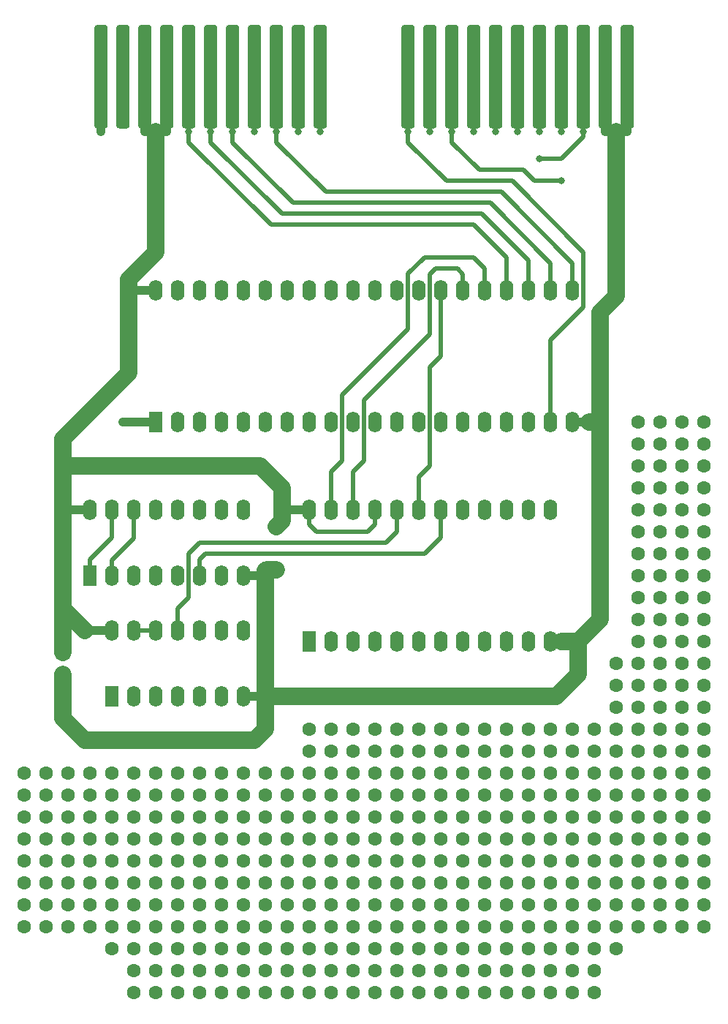
<source format=gbr>
G04 #@! TF.GenerationSoftware,KiCad,Pcbnew,5.1.2-f72e74a~84~ubuntu18.04.1*
G04 #@! TF.CreationDate,2019-07-07T14:56:00+03:00*
G04 #@! TF.ProjectId,fart,66617274-2e6b-4696-9361-645f70636258,rev?*
G04 #@! TF.SameCoordinates,Original*
G04 #@! TF.FileFunction,Copper,L2,Bot*
G04 #@! TF.FilePolarity,Positive*
%FSLAX46Y46*%
G04 Gerber Fmt 4.6, Leading zero omitted, Abs format (unit mm)*
G04 Created by KiCad (PCBNEW 5.1.2-f72e74a~84~ubuntu18.04.1) date 2019-07-07 14:56:00*
%MOMM*%
%LPD*%
G04 APERTURE LIST*
%ADD10C,1.600000*%
%ADD11R,1.600000X1.600000*%
%ADD12C,0.100000*%
%ADD13C,1.524000*%
%ADD14R,1.600000X2.400000*%
%ADD15O,1.600000X2.400000*%
%ADD16C,0.800000*%
%ADD17C,1.000000*%
%ADD18C,2.000000*%
%ADD19C,0.500000*%
G04 APERTURE END LIST*
D10*
X187960000Y-109220000D03*
X190500000Y-111760000D03*
X185420000Y-111760000D03*
X182880000Y-111760000D03*
X185420000Y-109220000D03*
X190500000Y-109220000D03*
X182880000Y-109220000D03*
X187960000Y-111760000D03*
X190500000Y-132080000D03*
X182880000Y-124460000D03*
X182880000Y-116840000D03*
X185420000Y-119380000D03*
X182880000Y-114300000D03*
X187960000Y-119380000D03*
X187960000Y-114300000D03*
X190500000Y-127000000D03*
X190500000Y-116840000D03*
X185420000Y-127000000D03*
X190500000Y-129540000D03*
X182880000Y-134620000D03*
X185420000Y-129540000D03*
X182880000Y-129540000D03*
X190500000Y-124460000D03*
X185420000Y-132080000D03*
X187960000Y-129540000D03*
X185420000Y-116840000D03*
X182880000Y-132080000D03*
X185420000Y-114300000D03*
X185420000Y-121920000D03*
X187960000Y-116840000D03*
X185420000Y-124460000D03*
X190500000Y-119380000D03*
X187960000Y-132080000D03*
X190500000Y-114300000D03*
X185420000Y-134620000D03*
X182880000Y-127000000D03*
X182880000Y-119380000D03*
X187960000Y-134620000D03*
X182880000Y-121920000D03*
X190500000Y-134620000D03*
X187960000Y-124460000D03*
X190500000Y-121920000D03*
X187960000Y-127000000D03*
X187960000Y-121920000D03*
X132080000Y-175260000D03*
X147320000Y-175260000D03*
X162560000Y-175260000D03*
X149860000Y-175260000D03*
X172720000Y-175260000D03*
X139700000Y-175260000D03*
X175260000Y-175260000D03*
X129540000Y-175260000D03*
X144780000Y-175260000D03*
X134620000Y-175260000D03*
X170180000Y-175260000D03*
X152400000Y-175260000D03*
X177800000Y-175260000D03*
X167640000Y-175260000D03*
X127000000Y-175260000D03*
X160020000Y-175260000D03*
X165100000Y-175260000D03*
X157480000Y-175260000D03*
X154940000Y-175260000D03*
X137160000Y-175260000D03*
X142240000Y-175260000D03*
X124460000Y-175260000D03*
X180340000Y-170180000D03*
X175260000Y-172720000D03*
X149860000Y-172720000D03*
X147320000Y-172720000D03*
X144780000Y-172720000D03*
X177800000Y-172720000D03*
X167640000Y-172720000D03*
X165100000Y-172720000D03*
X162560000Y-172720000D03*
X134620000Y-172720000D03*
X170180000Y-172720000D03*
X157480000Y-172720000D03*
X127000000Y-172720000D03*
X152400000Y-172720000D03*
X139700000Y-172720000D03*
X160020000Y-172720000D03*
X124460000Y-172720000D03*
X129540000Y-172720000D03*
X154940000Y-172720000D03*
X172720000Y-172720000D03*
X142240000Y-172720000D03*
X132080000Y-172720000D03*
X137160000Y-172720000D03*
X139700000Y-170180000D03*
X124460000Y-170180000D03*
X142240000Y-170180000D03*
X147320000Y-170180000D03*
X127000000Y-170180000D03*
X177800000Y-170180000D03*
X175260000Y-170180000D03*
X167640000Y-170180000D03*
X152400000Y-170180000D03*
X157480000Y-170180000D03*
X162560000Y-170180000D03*
X165100000Y-170180000D03*
X172720000Y-170180000D03*
X160020000Y-170180000D03*
X170180000Y-170180000D03*
X129540000Y-170180000D03*
X149860000Y-170180000D03*
X132080000Y-170180000D03*
X121920000Y-170180000D03*
X134620000Y-170180000D03*
X154940000Y-170180000D03*
X137160000Y-170180000D03*
X144780000Y-170180000D03*
X182880000Y-137160000D03*
X190500000Y-137160000D03*
X185420000Y-137160000D03*
X187960000Y-137160000D03*
X180340000Y-137160000D03*
X185420000Y-139700000D03*
X187960000Y-139700000D03*
X180340000Y-139700000D03*
X190500000Y-139700000D03*
X182880000Y-139700000D03*
X180340000Y-142240000D03*
X185420000Y-142240000D03*
X182880000Y-142240000D03*
X190500000Y-142240000D03*
X187960000Y-142240000D03*
X160020000Y-144780000D03*
X182880000Y-144780000D03*
X167640000Y-144780000D03*
X162560000Y-144780000D03*
X177800000Y-144780000D03*
X190500000Y-144780000D03*
X152400000Y-144780000D03*
X149860000Y-144780000D03*
X157480000Y-144780000D03*
X185420000Y-144780000D03*
X154940000Y-144780000D03*
X170180000Y-144780000D03*
X144780000Y-144780000D03*
X165100000Y-144780000D03*
X180340000Y-144780000D03*
X147320000Y-144780000D03*
X187960000Y-144780000D03*
X172720000Y-144780000D03*
X175260000Y-144780000D03*
X175260000Y-147320000D03*
X149860000Y-147320000D03*
X144780000Y-147320000D03*
X167640000Y-147320000D03*
X190500000Y-147320000D03*
X154940000Y-147320000D03*
X185420000Y-147320000D03*
X172720000Y-147320000D03*
X157480000Y-147320000D03*
X177800000Y-147320000D03*
X152400000Y-147320000D03*
X162560000Y-147320000D03*
X165100000Y-147320000D03*
X170180000Y-147320000D03*
X160020000Y-147320000D03*
X182880000Y-147320000D03*
X147320000Y-147320000D03*
X180340000Y-147320000D03*
X187960000Y-147320000D03*
X167640000Y-152400000D03*
X177800000Y-157480000D03*
X180340000Y-167640000D03*
X162560000Y-160020000D03*
X177800000Y-160020000D03*
X165100000Y-154940000D03*
X187960000Y-154940000D03*
X182880000Y-157480000D03*
X185420000Y-160020000D03*
X167640000Y-160020000D03*
X154940000Y-157480000D03*
X165100000Y-167640000D03*
X157480000Y-154940000D03*
X177800000Y-162560000D03*
X190500000Y-160020000D03*
X165100000Y-157480000D03*
X177800000Y-154940000D03*
X190500000Y-162560000D03*
X182880000Y-167640000D03*
X157480000Y-149860000D03*
X162560000Y-157480000D03*
X160020000Y-162560000D03*
X154940000Y-154940000D03*
X152400000Y-162560000D03*
X154940000Y-160020000D03*
X152400000Y-160020000D03*
X177800000Y-149860000D03*
X187960000Y-167640000D03*
X157480000Y-152400000D03*
X177800000Y-152400000D03*
X165100000Y-162560000D03*
X154940000Y-165100000D03*
X160020000Y-165100000D03*
X175260000Y-152400000D03*
X160020000Y-154940000D03*
X172720000Y-154940000D03*
X187960000Y-152400000D03*
X190500000Y-154940000D03*
X175260000Y-149860000D03*
X190500000Y-149860000D03*
X157480000Y-167640000D03*
X162560000Y-152400000D03*
X172720000Y-149860000D03*
X162560000Y-165100000D03*
X170180000Y-162560000D03*
X172720000Y-152400000D03*
X185420000Y-152400000D03*
X154940000Y-149860000D03*
X160020000Y-149860000D03*
X167640000Y-165100000D03*
X185420000Y-157480000D03*
X167640000Y-154940000D03*
X172720000Y-160020000D03*
X152400000Y-154940000D03*
X167640000Y-157480000D03*
X185420000Y-149860000D03*
X187960000Y-165100000D03*
X177800000Y-165100000D03*
X172720000Y-162560000D03*
X170180000Y-165100000D03*
X167640000Y-167640000D03*
X170180000Y-157480000D03*
X152400000Y-167640000D03*
X175260000Y-165100000D03*
X182880000Y-162560000D03*
X152400000Y-157480000D03*
X154940000Y-167640000D03*
X175260000Y-162560000D03*
X152400000Y-165100000D03*
X154940000Y-162560000D03*
X190500000Y-165100000D03*
X152400000Y-149860000D03*
X170180000Y-167640000D03*
X182880000Y-160020000D03*
X190500000Y-167640000D03*
X160020000Y-157480000D03*
X175260000Y-154940000D03*
X180340000Y-160020000D03*
X165100000Y-165100000D03*
X185420000Y-154940000D03*
X187960000Y-162560000D03*
X180340000Y-165100000D03*
X180340000Y-152400000D03*
X172720000Y-167640000D03*
X180340000Y-157480000D03*
X170180000Y-149860000D03*
X172720000Y-157480000D03*
X162560000Y-167640000D03*
X182880000Y-154940000D03*
X182880000Y-149860000D03*
X190500000Y-152400000D03*
X175260000Y-167640000D03*
X180340000Y-162560000D03*
X160020000Y-167640000D03*
X187960000Y-149860000D03*
X157480000Y-160020000D03*
X175260000Y-157480000D03*
X182880000Y-152400000D03*
X187960000Y-160020000D03*
X170180000Y-160020000D03*
X165100000Y-149860000D03*
X167640000Y-162560000D03*
X162560000Y-149860000D03*
X154940000Y-152400000D03*
X160020000Y-152400000D03*
X152400000Y-152400000D03*
X170180000Y-152400000D03*
X165100000Y-152400000D03*
X157480000Y-162560000D03*
X165100000Y-160020000D03*
X162560000Y-154940000D03*
X177800000Y-167640000D03*
X157480000Y-157480000D03*
X170180000Y-154940000D03*
X182880000Y-165100000D03*
X180340000Y-149860000D03*
X190500000Y-157480000D03*
X187960000Y-157480000D03*
X157480000Y-165100000D03*
X185420000Y-162560000D03*
X160020000Y-160020000D03*
X185420000Y-167640000D03*
X175260000Y-160020000D03*
X172720000Y-165100000D03*
X167640000Y-149860000D03*
X180340000Y-154940000D03*
X162560000Y-162560000D03*
X185420000Y-165100000D03*
X147320000Y-152400000D03*
X142240000Y-160020000D03*
X144780000Y-154940000D03*
X147320000Y-160020000D03*
X134620000Y-157480000D03*
X144780000Y-167640000D03*
X137160000Y-154940000D03*
X144780000Y-157480000D03*
X137160000Y-149860000D03*
X142240000Y-157480000D03*
X139700000Y-162560000D03*
X134620000Y-154940000D03*
X132080000Y-162560000D03*
X134620000Y-160020000D03*
X132080000Y-160020000D03*
X137160000Y-152400000D03*
X144780000Y-162560000D03*
X134620000Y-165100000D03*
X139700000Y-165100000D03*
X139700000Y-154940000D03*
X137160000Y-167640000D03*
X142240000Y-152400000D03*
X142240000Y-165100000D03*
X149860000Y-162560000D03*
X134620000Y-149860000D03*
X139700000Y-149860000D03*
X147320000Y-165100000D03*
X147320000Y-154940000D03*
X132080000Y-154940000D03*
X147320000Y-157480000D03*
X149860000Y-165100000D03*
X147320000Y-167640000D03*
X149860000Y-157480000D03*
X132080000Y-167640000D03*
X132080000Y-157480000D03*
X134620000Y-167640000D03*
X132080000Y-165100000D03*
X134620000Y-162560000D03*
X132080000Y-149860000D03*
X149860000Y-167640000D03*
X139700000Y-157480000D03*
X144780000Y-165100000D03*
X149860000Y-149860000D03*
X142240000Y-167640000D03*
X139700000Y-167640000D03*
X137160000Y-160020000D03*
X149860000Y-160020000D03*
X144780000Y-149860000D03*
X147320000Y-162560000D03*
X142240000Y-149860000D03*
X134620000Y-152400000D03*
X139700000Y-152400000D03*
X132080000Y-152400000D03*
X149860000Y-152400000D03*
X144780000Y-152400000D03*
X137160000Y-162560000D03*
X144780000Y-160020000D03*
X142240000Y-154940000D03*
X137160000Y-157480000D03*
X149860000Y-154940000D03*
X137160000Y-165100000D03*
X139700000Y-160020000D03*
X147320000Y-149860000D03*
X142240000Y-162560000D03*
X127000000Y-162560000D03*
X124460000Y-165100000D03*
X114300000Y-167640000D03*
X116840000Y-165100000D03*
X124460000Y-167640000D03*
X116840000Y-160020000D03*
X121920000Y-167640000D03*
X114300000Y-165100000D03*
X116840000Y-162560000D03*
X119380000Y-165100000D03*
X121920000Y-162560000D03*
X114300000Y-160020000D03*
X119380000Y-160020000D03*
X127000000Y-165100000D03*
X111760000Y-165100000D03*
X127000000Y-167640000D03*
X129540000Y-167640000D03*
X111760000Y-167640000D03*
X111760000Y-160020000D03*
X119380000Y-167640000D03*
X129540000Y-160020000D03*
X124460000Y-160020000D03*
X121920000Y-160020000D03*
X114300000Y-162560000D03*
X119380000Y-162560000D03*
X111760000Y-162560000D03*
X129540000Y-162560000D03*
X124460000Y-162560000D03*
X121920000Y-165100000D03*
X116840000Y-167640000D03*
X129540000Y-165100000D03*
X127000000Y-160020000D03*
X124460000Y-157480000D03*
X116840000Y-157480000D03*
X114300000Y-157480000D03*
X119380000Y-157480000D03*
X127000000Y-157480000D03*
X111760000Y-157480000D03*
X121920000Y-157480000D03*
X129540000Y-157480000D03*
X127000000Y-154940000D03*
X116840000Y-154940000D03*
X121920000Y-154940000D03*
X114300000Y-154940000D03*
X119380000Y-154940000D03*
X111760000Y-154940000D03*
X129540000Y-154940000D03*
X124460000Y-154940000D03*
X116840000Y-152400000D03*
X114300000Y-152400000D03*
X119380000Y-152400000D03*
X111760000Y-152400000D03*
X129540000Y-152400000D03*
X124460000Y-152400000D03*
X121920000Y-152400000D03*
X127000000Y-152400000D03*
X121920000Y-149860000D03*
X129540000Y-149860000D03*
X114300000Y-149860000D03*
X111760000Y-149860000D03*
X116840000Y-149860000D03*
X119380000Y-149860000D03*
X127000000Y-149860000D03*
X124460000Y-149860000D03*
X140970000Y-121285000D03*
X140970000Y-126285000D03*
D11*
X116205000Y-135890000D03*
D10*
X116205000Y-138390000D03*
D12*
G36*
X143928345Y-63216835D02*
G01*
X143965329Y-63222321D01*
X144001598Y-63231406D01*
X144036802Y-63244002D01*
X144070602Y-63259988D01*
X144102672Y-63279210D01*
X144132704Y-63301483D01*
X144160408Y-63326592D01*
X144185517Y-63354296D01*
X144207790Y-63384328D01*
X144227012Y-63416398D01*
X144242998Y-63450198D01*
X144255594Y-63485402D01*
X144264679Y-63521671D01*
X144270165Y-63558655D01*
X144272000Y-63596000D01*
X144272000Y-74834000D01*
X144270165Y-74871345D01*
X144264679Y-74908329D01*
X144255594Y-74944598D01*
X144242998Y-74979802D01*
X144227012Y-75013602D01*
X144207790Y-75045672D01*
X144185517Y-75075704D01*
X144160408Y-75103408D01*
X144132704Y-75128517D01*
X144102672Y-75150790D01*
X144070602Y-75170012D01*
X144036802Y-75185998D01*
X144001598Y-75198594D01*
X143965329Y-75207679D01*
X143928345Y-75213165D01*
X143891000Y-75215000D01*
X143129000Y-75215000D01*
X143091655Y-75213165D01*
X143054671Y-75207679D01*
X143018402Y-75198594D01*
X142983198Y-75185998D01*
X142949398Y-75170012D01*
X142917328Y-75150790D01*
X142887296Y-75128517D01*
X142859592Y-75103408D01*
X142834483Y-75075704D01*
X142812210Y-75045672D01*
X142792988Y-75013602D01*
X142777002Y-74979802D01*
X142764406Y-74944598D01*
X142755321Y-74908329D01*
X142749835Y-74871345D01*
X142748000Y-74834000D01*
X142748000Y-63596000D01*
X142749835Y-63558655D01*
X142755321Y-63521671D01*
X142764406Y-63485402D01*
X142777002Y-63450198D01*
X142792988Y-63416398D01*
X142812210Y-63384328D01*
X142834483Y-63354296D01*
X142859592Y-63326592D01*
X142887296Y-63301483D01*
X142917328Y-63279210D01*
X142949398Y-63259988D01*
X142983198Y-63244002D01*
X143018402Y-63231406D01*
X143054671Y-63222321D01*
X143091655Y-63216835D01*
X143129000Y-63215000D01*
X143891000Y-63215000D01*
X143928345Y-63216835D01*
X143928345Y-63216835D01*
G37*
D13*
X143510000Y-69215000D03*
D12*
G36*
X156628345Y-63216835D02*
G01*
X156665329Y-63222321D01*
X156701598Y-63231406D01*
X156736802Y-63244002D01*
X156770602Y-63259988D01*
X156802672Y-63279210D01*
X156832704Y-63301483D01*
X156860408Y-63326592D01*
X156885517Y-63354296D01*
X156907790Y-63384328D01*
X156927012Y-63416398D01*
X156942998Y-63450198D01*
X156955594Y-63485402D01*
X156964679Y-63521671D01*
X156970165Y-63558655D01*
X156972000Y-63596000D01*
X156972000Y-74834000D01*
X156970165Y-74871345D01*
X156964679Y-74908329D01*
X156955594Y-74944598D01*
X156942998Y-74979802D01*
X156927012Y-75013602D01*
X156907790Y-75045672D01*
X156885517Y-75075704D01*
X156860408Y-75103408D01*
X156832704Y-75128517D01*
X156802672Y-75150790D01*
X156770602Y-75170012D01*
X156736802Y-75185998D01*
X156701598Y-75198594D01*
X156665329Y-75207679D01*
X156628345Y-75213165D01*
X156591000Y-75215000D01*
X155829000Y-75215000D01*
X155791655Y-75213165D01*
X155754671Y-75207679D01*
X155718402Y-75198594D01*
X155683198Y-75185998D01*
X155649398Y-75170012D01*
X155617328Y-75150790D01*
X155587296Y-75128517D01*
X155559592Y-75103408D01*
X155534483Y-75075704D01*
X155512210Y-75045672D01*
X155492988Y-75013602D01*
X155477002Y-74979802D01*
X155464406Y-74944598D01*
X155455321Y-74908329D01*
X155449835Y-74871345D01*
X155448000Y-74834000D01*
X155448000Y-63596000D01*
X155449835Y-63558655D01*
X155455321Y-63521671D01*
X155464406Y-63485402D01*
X155477002Y-63450198D01*
X155492988Y-63416398D01*
X155512210Y-63384328D01*
X155534483Y-63354296D01*
X155559592Y-63326592D01*
X155587296Y-63301483D01*
X155617328Y-63279210D01*
X155649398Y-63259988D01*
X155683198Y-63244002D01*
X155718402Y-63231406D01*
X155754671Y-63222321D01*
X155791655Y-63216835D01*
X155829000Y-63215000D01*
X156591000Y-63215000D01*
X156628345Y-63216835D01*
X156628345Y-63216835D01*
G37*
D13*
X156210000Y-69215000D03*
D12*
G36*
X138848345Y-63216835D02*
G01*
X138885329Y-63222321D01*
X138921598Y-63231406D01*
X138956802Y-63244002D01*
X138990602Y-63259988D01*
X139022672Y-63279210D01*
X139052704Y-63301483D01*
X139080408Y-63326592D01*
X139105517Y-63354296D01*
X139127790Y-63384328D01*
X139147012Y-63416398D01*
X139162998Y-63450198D01*
X139175594Y-63485402D01*
X139184679Y-63521671D01*
X139190165Y-63558655D01*
X139192000Y-63596000D01*
X139192000Y-74834000D01*
X139190165Y-74871345D01*
X139184679Y-74908329D01*
X139175594Y-74944598D01*
X139162998Y-74979802D01*
X139147012Y-75013602D01*
X139127790Y-75045672D01*
X139105517Y-75075704D01*
X139080408Y-75103408D01*
X139052704Y-75128517D01*
X139022672Y-75150790D01*
X138990602Y-75170012D01*
X138956802Y-75185998D01*
X138921598Y-75198594D01*
X138885329Y-75207679D01*
X138848345Y-75213165D01*
X138811000Y-75215000D01*
X138049000Y-75215000D01*
X138011655Y-75213165D01*
X137974671Y-75207679D01*
X137938402Y-75198594D01*
X137903198Y-75185998D01*
X137869398Y-75170012D01*
X137837328Y-75150790D01*
X137807296Y-75128517D01*
X137779592Y-75103408D01*
X137754483Y-75075704D01*
X137732210Y-75045672D01*
X137712988Y-75013602D01*
X137697002Y-74979802D01*
X137684406Y-74944598D01*
X137675321Y-74908329D01*
X137669835Y-74871345D01*
X137668000Y-74834000D01*
X137668000Y-63596000D01*
X137669835Y-63558655D01*
X137675321Y-63521671D01*
X137684406Y-63485402D01*
X137697002Y-63450198D01*
X137712988Y-63416398D01*
X137732210Y-63384328D01*
X137754483Y-63354296D01*
X137779592Y-63326592D01*
X137807296Y-63301483D01*
X137837328Y-63279210D01*
X137869398Y-63259988D01*
X137903198Y-63244002D01*
X137938402Y-63231406D01*
X137974671Y-63222321D01*
X138011655Y-63216835D01*
X138049000Y-63215000D01*
X138811000Y-63215000D01*
X138848345Y-63216835D01*
X138848345Y-63216835D01*
G37*
D13*
X138430000Y-69215000D03*
D12*
G36*
X141388345Y-63216835D02*
G01*
X141425329Y-63222321D01*
X141461598Y-63231406D01*
X141496802Y-63244002D01*
X141530602Y-63259988D01*
X141562672Y-63279210D01*
X141592704Y-63301483D01*
X141620408Y-63326592D01*
X141645517Y-63354296D01*
X141667790Y-63384328D01*
X141687012Y-63416398D01*
X141702998Y-63450198D01*
X141715594Y-63485402D01*
X141724679Y-63521671D01*
X141730165Y-63558655D01*
X141732000Y-63596000D01*
X141732000Y-74834000D01*
X141730165Y-74871345D01*
X141724679Y-74908329D01*
X141715594Y-74944598D01*
X141702998Y-74979802D01*
X141687012Y-75013602D01*
X141667790Y-75045672D01*
X141645517Y-75075704D01*
X141620408Y-75103408D01*
X141592704Y-75128517D01*
X141562672Y-75150790D01*
X141530602Y-75170012D01*
X141496802Y-75185998D01*
X141461598Y-75198594D01*
X141425329Y-75207679D01*
X141388345Y-75213165D01*
X141351000Y-75215000D01*
X140589000Y-75215000D01*
X140551655Y-75213165D01*
X140514671Y-75207679D01*
X140478402Y-75198594D01*
X140443198Y-75185998D01*
X140409398Y-75170012D01*
X140377328Y-75150790D01*
X140347296Y-75128517D01*
X140319592Y-75103408D01*
X140294483Y-75075704D01*
X140272210Y-75045672D01*
X140252988Y-75013602D01*
X140237002Y-74979802D01*
X140224406Y-74944598D01*
X140215321Y-74908329D01*
X140209835Y-74871345D01*
X140208000Y-74834000D01*
X140208000Y-63596000D01*
X140209835Y-63558655D01*
X140215321Y-63521671D01*
X140224406Y-63485402D01*
X140237002Y-63450198D01*
X140252988Y-63416398D01*
X140272210Y-63384328D01*
X140294483Y-63354296D01*
X140319592Y-63326592D01*
X140347296Y-63301483D01*
X140377328Y-63279210D01*
X140409398Y-63259988D01*
X140443198Y-63244002D01*
X140478402Y-63231406D01*
X140514671Y-63222321D01*
X140551655Y-63216835D01*
X140589000Y-63215000D01*
X141351000Y-63215000D01*
X141388345Y-63216835D01*
X141388345Y-63216835D01*
G37*
D13*
X140970000Y-69215000D03*
D12*
G36*
X136308345Y-63216835D02*
G01*
X136345329Y-63222321D01*
X136381598Y-63231406D01*
X136416802Y-63244002D01*
X136450602Y-63259988D01*
X136482672Y-63279210D01*
X136512704Y-63301483D01*
X136540408Y-63326592D01*
X136565517Y-63354296D01*
X136587790Y-63384328D01*
X136607012Y-63416398D01*
X136622998Y-63450198D01*
X136635594Y-63485402D01*
X136644679Y-63521671D01*
X136650165Y-63558655D01*
X136652000Y-63596000D01*
X136652000Y-74834000D01*
X136650165Y-74871345D01*
X136644679Y-74908329D01*
X136635594Y-74944598D01*
X136622998Y-74979802D01*
X136607012Y-75013602D01*
X136587790Y-75045672D01*
X136565517Y-75075704D01*
X136540408Y-75103408D01*
X136512704Y-75128517D01*
X136482672Y-75150790D01*
X136450602Y-75170012D01*
X136416802Y-75185998D01*
X136381598Y-75198594D01*
X136345329Y-75207679D01*
X136308345Y-75213165D01*
X136271000Y-75215000D01*
X135509000Y-75215000D01*
X135471655Y-75213165D01*
X135434671Y-75207679D01*
X135398402Y-75198594D01*
X135363198Y-75185998D01*
X135329398Y-75170012D01*
X135297328Y-75150790D01*
X135267296Y-75128517D01*
X135239592Y-75103408D01*
X135214483Y-75075704D01*
X135192210Y-75045672D01*
X135172988Y-75013602D01*
X135157002Y-74979802D01*
X135144406Y-74944598D01*
X135135321Y-74908329D01*
X135129835Y-74871345D01*
X135128000Y-74834000D01*
X135128000Y-63596000D01*
X135129835Y-63558655D01*
X135135321Y-63521671D01*
X135144406Y-63485402D01*
X135157002Y-63450198D01*
X135172988Y-63416398D01*
X135192210Y-63384328D01*
X135214483Y-63354296D01*
X135239592Y-63326592D01*
X135267296Y-63301483D01*
X135297328Y-63279210D01*
X135329398Y-63259988D01*
X135363198Y-63244002D01*
X135398402Y-63231406D01*
X135434671Y-63222321D01*
X135471655Y-63216835D01*
X135509000Y-63215000D01*
X136271000Y-63215000D01*
X136308345Y-63216835D01*
X136308345Y-63216835D01*
G37*
D13*
X135890000Y-69215000D03*
D12*
G36*
X131228345Y-63216835D02*
G01*
X131265329Y-63222321D01*
X131301598Y-63231406D01*
X131336802Y-63244002D01*
X131370602Y-63259988D01*
X131402672Y-63279210D01*
X131432704Y-63301483D01*
X131460408Y-63326592D01*
X131485517Y-63354296D01*
X131507790Y-63384328D01*
X131527012Y-63416398D01*
X131542998Y-63450198D01*
X131555594Y-63485402D01*
X131564679Y-63521671D01*
X131570165Y-63558655D01*
X131572000Y-63596000D01*
X131572000Y-74834000D01*
X131570165Y-74871345D01*
X131564679Y-74908329D01*
X131555594Y-74944598D01*
X131542998Y-74979802D01*
X131527012Y-75013602D01*
X131507790Y-75045672D01*
X131485517Y-75075704D01*
X131460408Y-75103408D01*
X131432704Y-75128517D01*
X131402672Y-75150790D01*
X131370602Y-75170012D01*
X131336802Y-75185998D01*
X131301598Y-75198594D01*
X131265329Y-75207679D01*
X131228345Y-75213165D01*
X131191000Y-75215000D01*
X130429000Y-75215000D01*
X130391655Y-75213165D01*
X130354671Y-75207679D01*
X130318402Y-75198594D01*
X130283198Y-75185998D01*
X130249398Y-75170012D01*
X130217328Y-75150790D01*
X130187296Y-75128517D01*
X130159592Y-75103408D01*
X130134483Y-75075704D01*
X130112210Y-75045672D01*
X130092988Y-75013602D01*
X130077002Y-74979802D01*
X130064406Y-74944598D01*
X130055321Y-74908329D01*
X130049835Y-74871345D01*
X130048000Y-74834000D01*
X130048000Y-63596000D01*
X130049835Y-63558655D01*
X130055321Y-63521671D01*
X130064406Y-63485402D01*
X130077002Y-63450198D01*
X130092988Y-63416398D01*
X130112210Y-63384328D01*
X130134483Y-63354296D01*
X130159592Y-63326592D01*
X130187296Y-63301483D01*
X130217328Y-63279210D01*
X130249398Y-63259988D01*
X130283198Y-63244002D01*
X130318402Y-63231406D01*
X130354671Y-63222321D01*
X130391655Y-63216835D01*
X130429000Y-63215000D01*
X131191000Y-63215000D01*
X131228345Y-63216835D01*
X131228345Y-63216835D01*
G37*
D13*
X130810000Y-69215000D03*
D12*
G36*
X121068345Y-63216835D02*
G01*
X121105329Y-63222321D01*
X121141598Y-63231406D01*
X121176802Y-63244002D01*
X121210602Y-63259988D01*
X121242672Y-63279210D01*
X121272704Y-63301483D01*
X121300408Y-63326592D01*
X121325517Y-63354296D01*
X121347790Y-63384328D01*
X121367012Y-63416398D01*
X121382998Y-63450198D01*
X121395594Y-63485402D01*
X121404679Y-63521671D01*
X121410165Y-63558655D01*
X121412000Y-63596000D01*
X121412000Y-74834000D01*
X121410165Y-74871345D01*
X121404679Y-74908329D01*
X121395594Y-74944598D01*
X121382998Y-74979802D01*
X121367012Y-75013602D01*
X121347790Y-75045672D01*
X121325517Y-75075704D01*
X121300408Y-75103408D01*
X121272704Y-75128517D01*
X121242672Y-75150790D01*
X121210602Y-75170012D01*
X121176802Y-75185998D01*
X121141598Y-75198594D01*
X121105329Y-75207679D01*
X121068345Y-75213165D01*
X121031000Y-75215000D01*
X120269000Y-75215000D01*
X120231655Y-75213165D01*
X120194671Y-75207679D01*
X120158402Y-75198594D01*
X120123198Y-75185998D01*
X120089398Y-75170012D01*
X120057328Y-75150790D01*
X120027296Y-75128517D01*
X119999592Y-75103408D01*
X119974483Y-75075704D01*
X119952210Y-75045672D01*
X119932988Y-75013602D01*
X119917002Y-74979802D01*
X119904406Y-74944598D01*
X119895321Y-74908329D01*
X119889835Y-74871345D01*
X119888000Y-74834000D01*
X119888000Y-63596000D01*
X119889835Y-63558655D01*
X119895321Y-63521671D01*
X119904406Y-63485402D01*
X119917002Y-63450198D01*
X119932988Y-63416398D01*
X119952210Y-63384328D01*
X119974483Y-63354296D01*
X119999592Y-63326592D01*
X120027296Y-63301483D01*
X120057328Y-63279210D01*
X120089398Y-63259988D01*
X120123198Y-63244002D01*
X120158402Y-63231406D01*
X120194671Y-63222321D01*
X120231655Y-63216835D01*
X120269000Y-63215000D01*
X121031000Y-63215000D01*
X121068345Y-63216835D01*
X121068345Y-63216835D01*
G37*
D13*
X120650000Y-69215000D03*
D12*
G36*
X126148345Y-63216835D02*
G01*
X126185329Y-63222321D01*
X126221598Y-63231406D01*
X126256802Y-63244002D01*
X126290602Y-63259988D01*
X126322672Y-63279210D01*
X126352704Y-63301483D01*
X126380408Y-63326592D01*
X126405517Y-63354296D01*
X126427790Y-63384328D01*
X126447012Y-63416398D01*
X126462998Y-63450198D01*
X126475594Y-63485402D01*
X126484679Y-63521671D01*
X126490165Y-63558655D01*
X126492000Y-63596000D01*
X126492000Y-74834000D01*
X126490165Y-74871345D01*
X126484679Y-74908329D01*
X126475594Y-74944598D01*
X126462998Y-74979802D01*
X126447012Y-75013602D01*
X126427790Y-75045672D01*
X126405517Y-75075704D01*
X126380408Y-75103408D01*
X126352704Y-75128517D01*
X126322672Y-75150790D01*
X126290602Y-75170012D01*
X126256802Y-75185998D01*
X126221598Y-75198594D01*
X126185329Y-75207679D01*
X126148345Y-75213165D01*
X126111000Y-75215000D01*
X125349000Y-75215000D01*
X125311655Y-75213165D01*
X125274671Y-75207679D01*
X125238402Y-75198594D01*
X125203198Y-75185998D01*
X125169398Y-75170012D01*
X125137328Y-75150790D01*
X125107296Y-75128517D01*
X125079592Y-75103408D01*
X125054483Y-75075704D01*
X125032210Y-75045672D01*
X125012988Y-75013602D01*
X124997002Y-74979802D01*
X124984406Y-74944598D01*
X124975321Y-74908329D01*
X124969835Y-74871345D01*
X124968000Y-74834000D01*
X124968000Y-63596000D01*
X124969835Y-63558655D01*
X124975321Y-63521671D01*
X124984406Y-63485402D01*
X124997002Y-63450198D01*
X125012988Y-63416398D01*
X125032210Y-63384328D01*
X125054483Y-63354296D01*
X125079592Y-63326592D01*
X125107296Y-63301483D01*
X125137328Y-63279210D01*
X125169398Y-63259988D01*
X125203198Y-63244002D01*
X125238402Y-63231406D01*
X125274671Y-63222321D01*
X125311655Y-63216835D01*
X125349000Y-63215000D01*
X126111000Y-63215000D01*
X126148345Y-63216835D01*
X126148345Y-63216835D01*
G37*
D13*
X125730000Y-69215000D03*
D12*
G36*
X123608345Y-63216835D02*
G01*
X123645329Y-63222321D01*
X123681598Y-63231406D01*
X123716802Y-63244002D01*
X123750602Y-63259988D01*
X123782672Y-63279210D01*
X123812704Y-63301483D01*
X123840408Y-63326592D01*
X123865517Y-63354296D01*
X123887790Y-63384328D01*
X123907012Y-63416398D01*
X123922998Y-63450198D01*
X123935594Y-63485402D01*
X123944679Y-63521671D01*
X123950165Y-63558655D01*
X123952000Y-63596000D01*
X123952000Y-74834000D01*
X123950165Y-74871345D01*
X123944679Y-74908329D01*
X123935594Y-74944598D01*
X123922998Y-74979802D01*
X123907012Y-75013602D01*
X123887790Y-75045672D01*
X123865517Y-75075704D01*
X123840408Y-75103408D01*
X123812704Y-75128517D01*
X123782672Y-75150790D01*
X123750602Y-75170012D01*
X123716802Y-75185998D01*
X123681598Y-75198594D01*
X123645329Y-75207679D01*
X123608345Y-75213165D01*
X123571000Y-75215000D01*
X122809000Y-75215000D01*
X122771655Y-75213165D01*
X122734671Y-75207679D01*
X122698402Y-75198594D01*
X122663198Y-75185998D01*
X122629398Y-75170012D01*
X122597328Y-75150790D01*
X122567296Y-75128517D01*
X122539592Y-75103408D01*
X122514483Y-75075704D01*
X122492210Y-75045672D01*
X122472988Y-75013602D01*
X122457002Y-74979802D01*
X122444406Y-74944598D01*
X122435321Y-74908329D01*
X122429835Y-74871345D01*
X122428000Y-74834000D01*
X122428000Y-63596000D01*
X122429835Y-63558655D01*
X122435321Y-63521671D01*
X122444406Y-63485402D01*
X122457002Y-63450198D01*
X122472988Y-63416398D01*
X122492210Y-63384328D01*
X122514483Y-63354296D01*
X122539592Y-63326592D01*
X122567296Y-63301483D01*
X122597328Y-63279210D01*
X122629398Y-63259988D01*
X122663198Y-63244002D01*
X122698402Y-63231406D01*
X122734671Y-63222321D01*
X122771655Y-63216835D01*
X122809000Y-63215000D01*
X123571000Y-63215000D01*
X123608345Y-63216835D01*
X123608345Y-63216835D01*
G37*
D13*
X123190000Y-69215000D03*
D12*
G36*
X133768345Y-63216835D02*
G01*
X133805329Y-63222321D01*
X133841598Y-63231406D01*
X133876802Y-63244002D01*
X133910602Y-63259988D01*
X133942672Y-63279210D01*
X133972704Y-63301483D01*
X134000408Y-63326592D01*
X134025517Y-63354296D01*
X134047790Y-63384328D01*
X134067012Y-63416398D01*
X134082998Y-63450198D01*
X134095594Y-63485402D01*
X134104679Y-63521671D01*
X134110165Y-63558655D01*
X134112000Y-63596000D01*
X134112000Y-74834000D01*
X134110165Y-74871345D01*
X134104679Y-74908329D01*
X134095594Y-74944598D01*
X134082998Y-74979802D01*
X134067012Y-75013602D01*
X134047790Y-75045672D01*
X134025517Y-75075704D01*
X134000408Y-75103408D01*
X133972704Y-75128517D01*
X133942672Y-75150790D01*
X133910602Y-75170012D01*
X133876802Y-75185998D01*
X133841598Y-75198594D01*
X133805329Y-75207679D01*
X133768345Y-75213165D01*
X133731000Y-75215000D01*
X132969000Y-75215000D01*
X132931655Y-75213165D01*
X132894671Y-75207679D01*
X132858402Y-75198594D01*
X132823198Y-75185998D01*
X132789398Y-75170012D01*
X132757328Y-75150790D01*
X132727296Y-75128517D01*
X132699592Y-75103408D01*
X132674483Y-75075704D01*
X132652210Y-75045672D01*
X132632988Y-75013602D01*
X132617002Y-74979802D01*
X132604406Y-74944598D01*
X132595321Y-74908329D01*
X132589835Y-74871345D01*
X132588000Y-74834000D01*
X132588000Y-63596000D01*
X132589835Y-63558655D01*
X132595321Y-63521671D01*
X132604406Y-63485402D01*
X132617002Y-63450198D01*
X132632988Y-63416398D01*
X132652210Y-63384328D01*
X132674483Y-63354296D01*
X132699592Y-63326592D01*
X132727296Y-63301483D01*
X132757328Y-63279210D01*
X132789398Y-63259988D01*
X132823198Y-63244002D01*
X132858402Y-63231406D01*
X132894671Y-63222321D01*
X132931655Y-63216835D01*
X132969000Y-63215000D01*
X133731000Y-63215000D01*
X133768345Y-63216835D01*
X133768345Y-63216835D01*
G37*
D13*
X133350000Y-69215000D03*
D12*
G36*
X128688345Y-63216835D02*
G01*
X128725329Y-63222321D01*
X128761598Y-63231406D01*
X128796802Y-63244002D01*
X128830602Y-63259988D01*
X128862672Y-63279210D01*
X128892704Y-63301483D01*
X128920408Y-63326592D01*
X128945517Y-63354296D01*
X128967790Y-63384328D01*
X128987012Y-63416398D01*
X129002998Y-63450198D01*
X129015594Y-63485402D01*
X129024679Y-63521671D01*
X129030165Y-63558655D01*
X129032000Y-63596000D01*
X129032000Y-74834000D01*
X129030165Y-74871345D01*
X129024679Y-74908329D01*
X129015594Y-74944598D01*
X129002998Y-74979802D01*
X128987012Y-75013602D01*
X128967790Y-75045672D01*
X128945517Y-75075704D01*
X128920408Y-75103408D01*
X128892704Y-75128517D01*
X128862672Y-75150790D01*
X128830602Y-75170012D01*
X128796802Y-75185998D01*
X128761598Y-75198594D01*
X128725329Y-75207679D01*
X128688345Y-75213165D01*
X128651000Y-75215000D01*
X127889000Y-75215000D01*
X127851655Y-75213165D01*
X127814671Y-75207679D01*
X127778402Y-75198594D01*
X127743198Y-75185998D01*
X127709398Y-75170012D01*
X127677328Y-75150790D01*
X127647296Y-75128517D01*
X127619592Y-75103408D01*
X127594483Y-75075704D01*
X127572210Y-75045672D01*
X127552988Y-75013602D01*
X127537002Y-74979802D01*
X127524406Y-74944598D01*
X127515321Y-74908329D01*
X127509835Y-74871345D01*
X127508000Y-74834000D01*
X127508000Y-63596000D01*
X127509835Y-63558655D01*
X127515321Y-63521671D01*
X127524406Y-63485402D01*
X127537002Y-63450198D01*
X127552988Y-63416398D01*
X127572210Y-63384328D01*
X127594483Y-63354296D01*
X127619592Y-63326592D01*
X127647296Y-63301483D01*
X127677328Y-63279210D01*
X127709398Y-63259988D01*
X127743198Y-63244002D01*
X127778402Y-63231406D01*
X127814671Y-63222321D01*
X127851655Y-63216835D01*
X127889000Y-63215000D01*
X128651000Y-63215000D01*
X128688345Y-63216835D01*
X128688345Y-63216835D01*
G37*
D13*
X128270000Y-69215000D03*
D12*
G36*
X146468345Y-63216835D02*
G01*
X146505329Y-63222321D01*
X146541598Y-63231406D01*
X146576802Y-63244002D01*
X146610602Y-63259988D01*
X146642672Y-63279210D01*
X146672704Y-63301483D01*
X146700408Y-63326592D01*
X146725517Y-63354296D01*
X146747790Y-63384328D01*
X146767012Y-63416398D01*
X146782998Y-63450198D01*
X146795594Y-63485402D01*
X146804679Y-63521671D01*
X146810165Y-63558655D01*
X146812000Y-63596000D01*
X146812000Y-74834000D01*
X146810165Y-74871345D01*
X146804679Y-74908329D01*
X146795594Y-74944598D01*
X146782998Y-74979802D01*
X146767012Y-75013602D01*
X146747790Y-75045672D01*
X146725517Y-75075704D01*
X146700408Y-75103408D01*
X146672704Y-75128517D01*
X146642672Y-75150790D01*
X146610602Y-75170012D01*
X146576802Y-75185998D01*
X146541598Y-75198594D01*
X146505329Y-75207679D01*
X146468345Y-75213165D01*
X146431000Y-75215000D01*
X145669000Y-75215000D01*
X145631655Y-75213165D01*
X145594671Y-75207679D01*
X145558402Y-75198594D01*
X145523198Y-75185998D01*
X145489398Y-75170012D01*
X145457328Y-75150790D01*
X145427296Y-75128517D01*
X145399592Y-75103408D01*
X145374483Y-75075704D01*
X145352210Y-75045672D01*
X145332988Y-75013602D01*
X145317002Y-74979802D01*
X145304406Y-74944598D01*
X145295321Y-74908329D01*
X145289835Y-74871345D01*
X145288000Y-74834000D01*
X145288000Y-63596000D01*
X145289835Y-63558655D01*
X145295321Y-63521671D01*
X145304406Y-63485402D01*
X145317002Y-63450198D01*
X145332988Y-63416398D01*
X145352210Y-63384328D01*
X145374483Y-63354296D01*
X145399592Y-63326592D01*
X145427296Y-63301483D01*
X145457328Y-63279210D01*
X145489398Y-63259988D01*
X145523198Y-63244002D01*
X145558402Y-63231406D01*
X145594671Y-63222321D01*
X145631655Y-63216835D01*
X145669000Y-63215000D01*
X146431000Y-63215000D01*
X146468345Y-63216835D01*
X146468345Y-63216835D01*
G37*
D13*
X146050000Y-69215000D03*
D12*
G36*
X166788345Y-63216835D02*
G01*
X166825329Y-63222321D01*
X166861598Y-63231406D01*
X166896802Y-63244002D01*
X166930602Y-63259988D01*
X166962672Y-63279210D01*
X166992704Y-63301483D01*
X167020408Y-63326592D01*
X167045517Y-63354296D01*
X167067790Y-63384328D01*
X167087012Y-63416398D01*
X167102998Y-63450198D01*
X167115594Y-63485402D01*
X167124679Y-63521671D01*
X167130165Y-63558655D01*
X167132000Y-63596000D01*
X167132000Y-74834000D01*
X167130165Y-74871345D01*
X167124679Y-74908329D01*
X167115594Y-74944598D01*
X167102998Y-74979802D01*
X167087012Y-75013602D01*
X167067790Y-75045672D01*
X167045517Y-75075704D01*
X167020408Y-75103408D01*
X166992704Y-75128517D01*
X166962672Y-75150790D01*
X166930602Y-75170012D01*
X166896802Y-75185998D01*
X166861598Y-75198594D01*
X166825329Y-75207679D01*
X166788345Y-75213165D01*
X166751000Y-75215000D01*
X165989000Y-75215000D01*
X165951655Y-75213165D01*
X165914671Y-75207679D01*
X165878402Y-75198594D01*
X165843198Y-75185998D01*
X165809398Y-75170012D01*
X165777328Y-75150790D01*
X165747296Y-75128517D01*
X165719592Y-75103408D01*
X165694483Y-75075704D01*
X165672210Y-75045672D01*
X165652988Y-75013602D01*
X165637002Y-74979802D01*
X165624406Y-74944598D01*
X165615321Y-74908329D01*
X165609835Y-74871345D01*
X165608000Y-74834000D01*
X165608000Y-63596000D01*
X165609835Y-63558655D01*
X165615321Y-63521671D01*
X165624406Y-63485402D01*
X165637002Y-63450198D01*
X165652988Y-63416398D01*
X165672210Y-63384328D01*
X165694483Y-63354296D01*
X165719592Y-63326592D01*
X165747296Y-63301483D01*
X165777328Y-63279210D01*
X165809398Y-63259988D01*
X165843198Y-63244002D01*
X165878402Y-63231406D01*
X165914671Y-63222321D01*
X165951655Y-63216835D01*
X165989000Y-63215000D01*
X166751000Y-63215000D01*
X166788345Y-63216835D01*
X166788345Y-63216835D01*
G37*
D13*
X166370000Y-69215000D03*
D12*
G36*
X171868345Y-63216835D02*
G01*
X171905329Y-63222321D01*
X171941598Y-63231406D01*
X171976802Y-63244002D01*
X172010602Y-63259988D01*
X172042672Y-63279210D01*
X172072704Y-63301483D01*
X172100408Y-63326592D01*
X172125517Y-63354296D01*
X172147790Y-63384328D01*
X172167012Y-63416398D01*
X172182998Y-63450198D01*
X172195594Y-63485402D01*
X172204679Y-63521671D01*
X172210165Y-63558655D01*
X172212000Y-63596000D01*
X172212000Y-74834000D01*
X172210165Y-74871345D01*
X172204679Y-74908329D01*
X172195594Y-74944598D01*
X172182998Y-74979802D01*
X172167012Y-75013602D01*
X172147790Y-75045672D01*
X172125517Y-75075704D01*
X172100408Y-75103408D01*
X172072704Y-75128517D01*
X172042672Y-75150790D01*
X172010602Y-75170012D01*
X171976802Y-75185998D01*
X171941598Y-75198594D01*
X171905329Y-75207679D01*
X171868345Y-75213165D01*
X171831000Y-75215000D01*
X171069000Y-75215000D01*
X171031655Y-75213165D01*
X170994671Y-75207679D01*
X170958402Y-75198594D01*
X170923198Y-75185998D01*
X170889398Y-75170012D01*
X170857328Y-75150790D01*
X170827296Y-75128517D01*
X170799592Y-75103408D01*
X170774483Y-75075704D01*
X170752210Y-75045672D01*
X170732988Y-75013602D01*
X170717002Y-74979802D01*
X170704406Y-74944598D01*
X170695321Y-74908329D01*
X170689835Y-74871345D01*
X170688000Y-74834000D01*
X170688000Y-63596000D01*
X170689835Y-63558655D01*
X170695321Y-63521671D01*
X170704406Y-63485402D01*
X170717002Y-63450198D01*
X170732988Y-63416398D01*
X170752210Y-63384328D01*
X170774483Y-63354296D01*
X170799592Y-63326592D01*
X170827296Y-63301483D01*
X170857328Y-63279210D01*
X170889398Y-63259988D01*
X170923198Y-63244002D01*
X170958402Y-63231406D01*
X170994671Y-63222321D01*
X171031655Y-63216835D01*
X171069000Y-63215000D01*
X171831000Y-63215000D01*
X171868345Y-63216835D01*
X171868345Y-63216835D01*
G37*
D13*
X171450000Y-69215000D03*
D12*
G36*
X161708345Y-63216835D02*
G01*
X161745329Y-63222321D01*
X161781598Y-63231406D01*
X161816802Y-63244002D01*
X161850602Y-63259988D01*
X161882672Y-63279210D01*
X161912704Y-63301483D01*
X161940408Y-63326592D01*
X161965517Y-63354296D01*
X161987790Y-63384328D01*
X162007012Y-63416398D01*
X162022998Y-63450198D01*
X162035594Y-63485402D01*
X162044679Y-63521671D01*
X162050165Y-63558655D01*
X162052000Y-63596000D01*
X162052000Y-74834000D01*
X162050165Y-74871345D01*
X162044679Y-74908329D01*
X162035594Y-74944598D01*
X162022998Y-74979802D01*
X162007012Y-75013602D01*
X161987790Y-75045672D01*
X161965517Y-75075704D01*
X161940408Y-75103408D01*
X161912704Y-75128517D01*
X161882672Y-75150790D01*
X161850602Y-75170012D01*
X161816802Y-75185998D01*
X161781598Y-75198594D01*
X161745329Y-75207679D01*
X161708345Y-75213165D01*
X161671000Y-75215000D01*
X160909000Y-75215000D01*
X160871655Y-75213165D01*
X160834671Y-75207679D01*
X160798402Y-75198594D01*
X160763198Y-75185998D01*
X160729398Y-75170012D01*
X160697328Y-75150790D01*
X160667296Y-75128517D01*
X160639592Y-75103408D01*
X160614483Y-75075704D01*
X160592210Y-75045672D01*
X160572988Y-75013602D01*
X160557002Y-74979802D01*
X160544406Y-74944598D01*
X160535321Y-74908329D01*
X160529835Y-74871345D01*
X160528000Y-74834000D01*
X160528000Y-63596000D01*
X160529835Y-63558655D01*
X160535321Y-63521671D01*
X160544406Y-63485402D01*
X160557002Y-63450198D01*
X160572988Y-63416398D01*
X160592210Y-63384328D01*
X160614483Y-63354296D01*
X160639592Y-63326592D01*
X160667296Y-63301483D01*
X160697328Y-63279210D01*
X160729398Y-63259988D01*
X160763198Y-63244002D01*
X160798402Y-63231406D01*
X160834671Y-63222321D01*
X160871655Y-63216835D01*
X160909000Y-63215000D01*
X161671000Y-63215000D01*
X161708345Y-63216835D01*
X161708345Y-63216835D01*
G37*
D13*
X161290000Y-69215000D03*
D12*
G36*
X164248345Y-63216835D02*
G01*
X164285329Y-63222321D01*
X164321598Y-63231406D01*
X164356802Y-63244002D01*
X164390602Y-63259988D01*
X164422672Y-63279210D01*
X164452704Y-63301483D01*
X164480408Y-63326592D01*
X164505517Y-63354296D01*
X164527790Y-63384328D01*
X164547012Y-63416398D01*
X164562998Y-63450198D01*
X164575594Y-63485402D01*
X164584679Y-63521671D01*
X164590165Y-63558655D01*
X164592000Y-63596000D01*
X164592000Y-74834000D01*
X164590165Y-74871345D01*
X164584679Y-74908329D01*
X164575594Y-74944598D01*
X164562998Y-74979802D01*
X164547012Y-75013602D01*
X164527790Y-75045672D01*
X164505517Y-75075704D01*
X164480408Y-75103408D01*
X164452704Y-75128517D01*
X164422672Y-75150790D01*
X164390602Y-75170012D01*
X164356802Y-75185998D01*
X164321598Y-75198594D01*
X164285329Y-75207679D01*
X164248345Y-75213165D01*
X164211000Y-75215000D01*
X163449000Y-75215000D01*
X163411655Y-75213165D01*
X163374671Y-75207679D01*
X163338402Y-75198594D01*
X163303198Y-75185998D01*
X163269398Y-75170012D01*
X163237328Y-75150790D01*
X163207296Y-75128517D01*
X163179592Y-75103408D01*
X163154483Y-75075704D01*
X163132210Y-75045672D01*
X163112988Y-75013602D01*
X163097002Y-74979802D01*
X163084406Y-74944598D01*
X163075321Y-74908329D01*
X163069835Y-74871345D01*
X163068000Y-74834000D01*
X163068000Y-63596000D01*
X163069835Y-63558655D01*
X163075321Y-63521671D01*
X163084406Y-63485402D01*
X163097002Y-63450198D01*
X163112988Y-63416398D01*
X163132210Y-63384328D01*
X163154483Y-63354296D01*
X163179592Y-63326592D01*
X163207296Y-63301483D01*
X163237328Y-63279210D01*
X163269398Y-63259988D01*
X163303198Y-63244002D01*
X163338402Y-63231406D01*
X163374671Y-63222321D01*
X163411655Y-63216835D01*
X163449000Y-63215000D01*
X164211000Y-63215000D01*
X164248345Y-63216835D01*
X164248345Y-63216835D01*
G37*
D13*
X163830000Y-69215000D03*
D12*
G36*
X159168345Y-63216835D02*
G01*
X159205329Y-63222321D01*
X159241598Y-63231406D01*
X159276802Y-63244002D01*
X159310602Y-63259988D01*
X159342672Y-63279210D01*
X159372704Y-63301483D01*
X159400408Y-63326592D01*
X159425517Y-63354296D01*
X159447790Y-63384328D01*
X159467012Y-63416398D01*
X159482998Y-63450198D01*
X159495594Y-63485402D01*
X159504679Y-63521671D01*
X159510165Y-63558655D01*
X159512000Y-63596000D01*
X159512000Y-74834000D01*
X159510165Y-74871345D01*
X159504679Y-74908329D01*
X159495594Y-74944598D01*
X159482998Y-74979802D01*
X159467012Y-75013602D01*
X159447790Y-75045672D01*
X159425517Y-75075704D01*
X159400408Y-75103408D01*
X159372704Y-75128517D01*
X159342672Y-75150790D01*
X159310602Y-75170012D01*
X159276802Y-75185998D01*
X159241598Y-75198594D01*
X159205329Y-75207679D01*
X159168345Y-75213165D01*
X159131000Y-75215000D01*
X158369000Y-75215000D01*
X158331655Y-75213165D01*
X158294671Y-75207679D01*
X158258402Y-75198594D01*
X158223198Y-75185998D01*
X158189398Y-75170012D01*
X158157328Y-75150790D01*
X158127296Y-75128517D01*
X158099592Y-75103408D01*
X158074483Y-75075704D01*
X158052210Y-75045672D01*
X158032988Y-75013602D01*
X158017002Y-74979802D01*
X158004406Y-74944598D01*
X157995321Y-74908329D01*
X157989835Y-74871345D01*
X157988000Y-74834000D01*
X157988000Y-63596000D01*
X157989835Y-63558655D01*
X157995321Y-63521671D01*
X158004406Y-63485402D01*
X158017002Y-63450198D01*
X158032988Y-63416398D01*
X158052210Y-63384328D01*
X158074483Y-63354296D01*
X158099592Y-63326592D01*
X158127296Y-63301483D01*
X158157328Y-63279210D01*
X158189398Y-63259988D01*
X158223198Y-63244002D01*
X158258402Y-63231406D01*
X158294671Y-63222321D01*
X158331655Y-63216835D01*
X158369000Y-63215000D01*
X159131000Y-63215000D01*
X159168345Y-63216835D01*
X159168345Y-63216835D01*
G37*
D13*
X158750000Y-69215000D03*
D12*
G36*
X169328345Y-63216835D02*
G01*
X169365329Y-63222321D01*
X169401598Y-63231406D01*
X169436802Y-63244002D01*
X169470602Y-63259988D01*
X169502672Y-63279210D01*
X169532704Y-63301483D01*
X169560408Y-63326592D01*
X169585517Y-63354296D01*
X169607790Y-63384328D01*
X169627012Y-63416398D01*
X169642998Y-63450198D01*
X169655594Y-63485402D01*
X169664679Y-63521671D01*
X169670165Y-63558655D01*
X169672000Y-63596000D01*
X169672000Y-74834000D01*
X169670165Y-74871345D01*
X169664679Y-74908329D01*
X169655594Y-74944598D01*
X169642998Y-74979802D01*
X169627012Y-75013602D01*
X169607790Y-75045672D01*
X169585517Y-75075704D01*
X169560408Y-75103408D01*
X169532704Y-75128517D01*
X169502672Y-75150790D01*
X169470602Y-75170012D01*
X169436802Y-75185998D01*
X169401598Y-75198594D01*
X169365329Y-75207679D01*
X169328345Y-75213165D01*
X169291000Y-75215000D01*
X168529000Y-75215000D01*
X168491655Y-75213165D01*
X168454671Y-75207679D01*
X168418402Y-75198594D01*
X168383198Y-75185998D01*
X168349398Y-75170012D01*
X168317328Y-75150790D01*
X168287296Y-75128517D01*
X168259592Y-75103408D01*
X168234483Y-75075704D01*
X168212210Y-75045672D01*
X168192988Y-75013602D01*
X168177002Y-74979802D01*
X168164406Y-74944598D01*
X168155321Y-74908329D01*
X168149835Y-74871345D01*
X168148000Y-74834000D01*
X168148000Y-63596000D01*
X168149835Y-63558655D01*
X168155321Y-63521671D01*
X168164406Y-63485402D01*
X168177002Y-63450198D01*
X168192988Y-63416398D01*
X168212210Y-63384328D01*
X168234483Y-63354296D01*
X168259592Y-63326592D01*
X168287296Y-63301483D01*
X168317328Y-63279210D01*
X168349398Y-63259988D01*
X168383198Y-63244002D01*
X168418402Y-63231406D01*
X168454671Y-63222321D01*
X168491655Y-63216835D01*
X168529000Y-63215000D01*
X169291000Y-63215000D01*
X169328345Y-63216835D01*
X169328345Y-63216835D01*
G37*
D13*
X168910000Y-69215000D03*
D12*
G36*
X174408345Y-63216835D02*
G01*
X174445329Y-63222321D01*
X174481598Y-63231406D01*
X174516802Y-63244002D01*
X174550602Y-63259988D01*
X174582672Y-63279210D01*
X174612704Y-63301483D01*
X174640408Y-63326592D01*
X174665517Y-63354296D01*
X174687790Y-63384328D01*
X174707012Y-63416398D01*
X174722998Y-63450198D01*
X174735594Y-63485402D01*
X174744679Y-63521671D01*
X174750165Y-63558655D01*
X174752000Y-63596000D01*
X174752000Y-74834000D01*
X174750165Y-74871345D01*
X174744679Y-74908329D01*
X174735594Y-74944598D01*
X174722998Y-74979802D01*
X174707012Y-75013602D01*
X174687790Y-75045672D01*
X174665517Y-75075704D01*
X174640408Y-75103408D01*
X174612704Y-75128517D01*
X174582672Y-75150790D01*
X174550602Y-75170012D01*
X174516802Y-75185998D01*
X174481598Y-75198594D01*
X174445329Y-75207679D01*
X174408345Y-75213165D01*
X174371000Y-75215000D01*
X173609000Y-75215000D01*
X173571655Y-75213165D01*
X173534671Y-75207679D01*
X173498402Y-75198594D01*
X173463198Y-75185998D01*
X173429398Y-75170012D01*
X173397328Y-75150790D01*
X173367296Y-75128517D01*
X173339592Y-75103408D01*
X173314483Y-75075704D01*
X173292210Y-75045672D01*
X173272988Y-75013602D01*
X173257002Y-74979802D01*
X173244406Y-74944598D01*
X173235321Y-74908329D01*
X173229835Y-74871345D01*
X173228000Y-74834000D01*
X173228000Y-63596000D01*
X173229835Y-63558655D01*
X173235321Y-63521671D01*
X173244406Y-63485402D01*
X173257002Y-63450198D01*
X173272988Y-63416398D01*
X173292210Y-63384328D01*
X173314483Y-63354296D01*
X173339592Y-63326592D01*
X173367296Y-63301483D01*
X173397328Y-63279210D01*
X173429398Y-63259988D01*
X173463198Y-63244002D01*
X173498402Y-63231406D01*
X173534671Y-63222321D01*
X173571655Y-63216835D01*
X173609000Y-63215000D01*
X174371000Y-63215000D01*
X174408345Y-63216835D01*
X174408345Y-63216835D01*
G37*
D13*
X173990000Y-69215000D03*
D12*
G36*
X179488345Y-63216835D02*
G01*
X179525329Y-63222321D01*
X179561598Y-63231406D01*
X179596802Y-63244002D01*
X179630602Y-63259988D01*
X179662672Y-63279210D01*
X179692704Y-63301483D01*
X179720408Y-63326592D01*
X179745517Y-63354296D01*
X179767790Y-63384328D01*
X179787012Y-63416398D01*
X179802998Y-63450198D01*
X179815594Y-63485402D01*
X179824679Y-63521671D01*
X179830165Y-63558655D01*
X179832000Y-63596000D01*
X179832000Y-74834000D01*
X179830165Y-74871345D01*
X179824679Y-74908329D01*
X179815594Y-74944598D01*
X179802998Y-74979802D01*
X179787012Y-75013602D01*
X179767790Y-75045672D01*
X179745517Y-75075704D01*
X179720408Y-75103408D01*
X179692704Y-75128517D01*
X179662672Y-75150790D01*
X179630602Y-75170012D01*
X179596802Y-75185998D01*
X179561598Y-75198594D01*
X179525329Y-75207679D01*
X179488345Y-75213165D01*
X179451000Y-75215000D01*
X178689000Y-75215000D01*
X178651655Y-75213165D01*
X178614671Y-75207679D01*
X178578402Y-75198594D01*
X178543198Y-75185998D01*
X178509398Y-75170012D01*
X178477328Y-75150790D01*
X178447296Y-75128517D01*
X178419592Y-75103408D01*
X178394483Y-75075704D01*
X178372210Y-75045672D01*
X178352988Y-75013602D01*
X178337002Y-74979802D01*
X178324406Y-74944598D01*
X178315321Y-74908329D01*
X178309835Y-74871345D01*
X178308000Y-74834000D01*
X178308000Y-63596000D01*
X178309835Y-63558655D01*
X178315321Y-63521671D01*
X178324406Y-63485402D01*
X178337002Y-63450198D01*
X178352988Y-63416398D01*
X178372210Y-63384328D01*
X178394483Y-63354296D01*
X178419592Y-63326592D01*
X178447296Y-63301483D01*
X178477328Y-63279210D01*
X178509398Y-63259988D01*
X178543198Y-63244002D01*
X178578402Y-63231406D01*
X178614671Y-63222321D01*
X178651655Y-63216835D01*
X178689000Y-63215000D01*
X179451000Y-63215000D01*
X179488345Y-63216835D01*
X179488345Y-63216835D01*
G37*
D13*
X179070000Y-69215000D03*
D12*
G36*
X176948345Y-63216835D02*
G01*
X176985329Y-63222321D01*
X177021598Y-63231406D01*
X177056802Y-63244002D01*
X177090602Y-63259988D01*
X177122672Y-63279210D01*
X177152704Y-63301483D01*
X177180408Y-63326592D01*
X177205517Y-63354296D01*
X177227790Y-63384328D01*
X177247012Y-63416398D01*
X177262998Y-63450198D01*
X177275594Y-63485402D01*
X177284679Y-63521671D01*
X177290165Y-63558655D01*
X177292000Y-63596000D01*
X177292000Y-74834000D01*
X177290165Y-74871345D01*
X177284679Y-74908329D01*
X177275594Y-74944598D01*
X177262998Y-74979802D01*
X177247012Y-75013602D01*
X177227790Y-75045672D01*
X177205517Y-75075704D01*
X177180408Y-75103408D01*
X177152704Y-75128517D01*
X177122672Y-75150790D01*
X177090602Y-75170012D01*
X177056802Y-75185998D01*
X177021598Y-75198594D01*
X176985329Y-75207679D01*
X176948345Y-75213165D01*
X176911000Y-75215000D01*
X176149000Y-75215000D01*
X176111655Y-75213165D01*
X176074671Y-75207679D01*
X176038402Y-75198594D01*
X176003198Y-75185998D01*
X175969398Y-75170012D01*
X175937328Y-75150790D01*
X175907296Y-75128517D01*
X175879592Y-75103408D01*
X175854483Y-75075704D01*
X175832210Y-75045672D01*
X175812988Y-75013602D01*
X175797002Y-74979802D01*
X175784406Y-74944598D01*
X175775321Y-74908329D01*
X175769835Y-74871345D01*
X175768000Y-74834000D01*
X175768000Y-63596000D01*
X175769835Y-63558655D01*
X175775321Y-63521671D01*
X175784406Y-63485402D01*
X175797002Y-63450198D01*
X175812988Y-63416398D01*
X175832210Y-63384328D01*
X175854483Y-63354296D01*
X175879592Y-63326592D01*
X175907296Y-63301483D01*
X175937328Y-63279210D01*
X175969398Y-63259988D01*
X176003198Y-63244002D01*
X176038402Y-63231406D01*
X176074671Y-63222321D01*
X176111655Y-63216835D01*
X176149000Y-63215000D01*
X176911000Y-63215000D01*
X176948345Y-63216835D01*
X176948345Y-63216835D01*
G37*
D13*
X176530000Y-69215000D03*
D12*
G36*
X182028345Y-63216835D02*
G01*
X182065329Y-63222321D01*
X182101598Y-63231406D01*
X182136802Y-63244002D01*
X182170602Y-63259988D01*
X182202672Y-63279210D01*
X182232704Y-63301483D01*
X182260408Y-63326592D01*
X182285517Y-63354296D01*
X182307790Y-63384328D01*
X182327012Y-63416398D01*
X182342998Y-63450198D01*
X182355594Y-63485402D01*
X182364679Y-63521671D01*
X182370165Y-63558655D01*
X182372000Y-63596000D01*
X182372000Y-74834000D01*
X182370165Y-74871345D01*
X182364679Y-74908329D01*
X182355594Y-74944598D01*
X182342998Y-74979802D01*
X182327012Y-75013602D01*
X182307790Y-75045672D01*
X182285517Y-75075704D01*
X182260408Y-75103408D01*
X182232704Y-75128517D01*
X182202672Y-75150790D01*
X182170602Y-75170012D01*
X182136802Y-75185998D01*
X182101598Y-75198594D01*
X182065329Y-75207679D01*
X182028345Y-75213165D01*
X181991000Y-75215000D01*
X181229000Y-75215000D01*
X181191655Y-75213165D01*
X181154671Y-75207679D01*
X181118402Y-75198594D01*
X181083198Y-75185998D01*
X181049398Y-75170012D01*
X181017328Y-75150790D01*
X180987296Y-75128517D01*
X180959592Y-75103408D01*
X180934483Y-75075704D01*
X180912210Y-75045672D01*
X180892988Y-75013602D01*
X180877002Y-74979802D01*
X180864406Y-74944598D01*
X180855321Y-74908329D01*
X180849835Y-74871345D01*
X180848000Y-74834000D01*
X180848000Y-63596000D01*
X180849835Y-63558655D01*
X180855321Y-63521671D01*
X180864406Y-63485402D01*
X180877002Y-63450198D01*
X180892988Y-63416398D01*
X180912210Y-63384328D01*
X180934483Y-63354296D01*
X180959592Y-63326592D01*
X180987296Y-63301483D01*
X181017328Y-63279210D01*
X181049398Y-63259988D01*
X181083198Y-63244002D01*
X181118402Y-63231406D01*
X181154671Y-63222321D01*
X181191655Y-63216835D01*
X181229000Y-63215000D01*
X181991000Y-63215000D01*
X182028345Y-63216835D01*
X182028345Y-63216835D01*
G37*
D13*
X181610000Y-69215000D03*
D14*
X121920000Y-140970000D03*
D15*
X137160000Y-133350000D03*
X124460000Y-140970000D03*
X134620000Y-133350000D03*
X127000000Y-140970000D03*
X132080000Y-133350000D03*
X129540000Y-140970000D03*
X129540000Y-133350000D03*
X132080000Y-140970000D03*
X127000000Y-133350000D03*
X134620000Y-140970000D03*
X124460000Y-133350000D03*
X137160000Y-140970000D03*
X121920000Y-133350000D03*
D14*
X127000000Y-109220000D03*
D15*
X175260000Y-93980000D03*
X129540000Y-109220000D03*
X172720000Y-93980000D03*
X132080000Y-109220000D03*
X170180000Y-93980000D03*
X134620000Y-109220000D03*
X167640000Y-93980000D03*
X137160000Y-109220000D03*
X165100000Y-93980000D03*
X139700000Y-109220000D03*
X162560000Y-93980000D03*
X142240000Y-109220000D03*
X160020000Y-93980000D03*
X144780000Y-109220000D03*
X157480000Y-93980000D03*
X147320000Y-109220000D03*
X154940000Y-93980000D03*
X149860000Y-109220000D03*
X152400000Y-93980000D03*
X152400000Y-109220000D03*
X149860000Y-93980000D03*
X154940000Y-109220000D03*
X147320000Y-93980000D03*
X157480000Y-109220000D03*
X144780000Y-93980000D03*
X160020000Y-109220000D03*
X142240000Y-93980000D03*
X162560000Y-109220000D03*
X139700000Y-93980000D03*
X165100000Y-109220000D03*
X137160000Y-93980000D03*
X167640000Y-109220000D03*
X134620000Y-93980000D03*
X170180000Y-109220000D03*
X132080000Y-93980000D03*
X172720000Y-109220000D03*
X129540000Y-93980000D03*
X175260000Y-109220000D03*
X127000000Y-93980000D03*
X119380000Y-119380000D03*
X137160000Y-127000000D03*
X121920000Y-119380000D03*
X134620000Y-127000000D03*
X124460000Y-119380000D03*
X132080000Y-127000000D03*
X127000000Y-119380000D03*
X129540000Y-127000000D03*
X129540000Y-119380000D03*
X127000000Y-127000000D03*
X132080000Y-119380000D03*
X124460000Y-127000000D03*
X134620000Y-119380000D03*
X121920000Y-127000000D03*
X137160000Y-119380000D03*
D14*
X119380000Y-127000000D03*
D15*
X144780000Y-119380000D03*
X172720000Y-134620000D03*
X147320000Y-119380000D03*
X170180000Y-134620000D03*
X149860000Y-119380000D03*
X167640000Y-134620000D03*
X152400000Y-119380000D03*
X165100000Y-134620000D03*
X154940000Y-119380000D03*
X162560000Y-134620000D03*
X157480000Y-119380000D03*
X160020000Y-134620000D03*
X160020000Y-119380000D03*
X157480000Y-134620000D03*
X162560000Y-119380000D03*
X154940000Y-134620000D03*
X165100000Y-119380000D03*
X152400000Y-134620000D03*
X167640000Y-119380000D03*
X149860000Y-134620000D03*
X170180000Y-119380000D03*
X147320000Y-134620000D03*
X172720000Y-119380000D03*
D14*
X144780000Y-134620000D03*
D16*
X146050000Y-75565000D03*
X158750000Y-75565000D03*
X163830000Y-75565000D03*
X166370000Y-75565000D03*
X168910000Y-75565000D03*
X171450000Y-75565000D03*
X138430000Y-75565000D03*
X143510000Y-75565000D03*
X120650000Y-75565000D03*
X123190000Y-109220000D03*
X140970000Y-75565000D03*
X135890000Y-75565000D03*
X133350000Y-75565000D03*
X130810000Y-75565000D03*
X176530000Y-75565000D03*
X171450000Y-78740000D03*
X173990000Y-75565000D03*
X161290000Y-75565000D03*
X173990000Y-81280000D03*
X156210000Y-75565000D03*
D17*
X125730000Y-69215000D02*
X125730000Y-75565000D01*
X128270000Y-75565000D02*
X128270000Y-69215000D01*
D18*
X127000000Y-75565000D02*
X127000000Y-89535000D01*
D17*
X127000000Y-75565000D02*
X128270000Y-75565000D01*
X125730000Y-75565000D02*
X127000000Y-75565000D01*
D18*
X127000000Y-89535000D02*
X123825000Y-92710000D01*
D17*
X127000000Y-93980000D02*
X124460000Y-93980000D01*
X124460000Y-93980000D02*
X123825000Y-94615000D01*
D18*
X123825000Y-92710000D02*
X123825000Y-94615000D01*
X123825000Y-94615000D02*
X123825000Y-102870000D01*
X123825000Y-102870000D02*
X123825000Y-103505000D01*
X123825000Y-103505000D02*
X116205000Y-111125000D01*
X116205000Y-130175000D02*
X116205000Y-130810000D01*
X116205000Y-130810000D02*
X118745000Y-133350000D01*
D17*
X118745000Y-133350000D02*
X121920000Y-133350000D01*
X116840000Y-119380000D02*
X116205000Y-120015000D01*
X119380000Y-119380000D02*
X116840000Y-119380000D01*
D18*
X116205000Y-120015000D02*
X116205000Y-130175000D01*
X116205000Y-114300000D02*
X139065000Y-114300000D01*
X116205000Y-114300000D02*
X116205000Y-120015000D01*
X116205000Y-111125000D02*
X116205000Y-114300000D01*
X139065000Y-114300000D02*
X141605000Y-116840000D01*
X141605000Y-116840000D02*
X141605000Y-119380000D01*
D17*
X144780000Y-119380000D02*
X141605000Y-119380000D01*
D19*
X144780000Y-121080000D02*
X144780000Y-119380000D01*
X151560000Y-121920000D02*
X145620000Y-121920000D01*
X145620000Y-121920000D02*
X144780000Y-121080000D01*
X152400000Y-119380000D02*
X152400000Y-121080000D01*
X152400000Y-121080000D02*
X151560000Y-121920000D01*
D18*
X116205000Y-130175000D02*
X116205000Y-135890000D01*
X140970000Y-121285000D02*
X141605000Y-120650000D01*
X141605000Y-120650000D02*
X141605000Y-119380000D01*
D17*
X179070000Y-69215000D02*
X179070000Y-75565000D01*
X181610000Y-69215000D02*
X181610000Y-75565000D01*
X180340000Y-75565000D02*
X181610000Y-75565000D01*
X179070000Y-75565000D02*
X180340000Y-75565000D01*
X172720000Y-134620000D02*
X173990000Y-134620000D01*
D18*
X175895000Y-134620000D02*
X173990000Y-134620000D01*
D17*
X175260000Y-109220000D02*
X177165000Y-109220000D01*
D19*
X124460000Y-121080000D02*
X124460000Y-119380000D01*
X124460000Y-122657500D02*
X124460000Y-121080000D01*
X121920000Y-127000000D02*
X121920000Y-125197500D01*
X121920000Y-125197500D02*
X124460000Y-122657500D01*
D18*
X175895000Y-134620000D02*
X175895000Y-138430000D01*
X175895000Y-138430000D02*
X173355000Y-140970000D01*
X173355000Y-140970000D02*
X139700000Y-140970000D01*
D17*
X139700000Y-140970000D02*
X137160000Y-140970000D01*
D18*
X178435000Y-132080000D02*
X175895000Y-134620000D01*
X178435000Y-108585000D02*
X178435000Y-132080000D01*
X178435000Y-109220000D02*
X177165000Y-109220000D01*
X180340000Y-75565000D02*
X180340000Y-94615000D01*
X178435000Y-96520000D02*
X178435000Y-109220000D01*
X180340000Y-94615000D02*
X178435000Y-96520000D01*
X139700000Y-140970000D02*
X139700000Y-127000000D01*
D17*
X139700000Y-127000000D02*
X137160000Y-127000000D01*
D18*
X139700000Y-144780000D02*
X139700000Y-140970000D01*
X138430000Y-146050000D02*
X139700000Y-144780000D01*
X118745000Y-146050000D02*
X138430000Y-146050000D01*
X116205000Y-138390000D02*
X116205000Y-143510000D01*
X116205000Y-143510000D02*
X118745000Y-146050000D01*
X139700000Y-126423630D02*
X139700000Y-127000000D01*
X139838630Y-126285000D02*
X139700000Y-126423630D01*
X140970000Y-126285000D02*
X139838630Y-126285000D01*
D19*
X146050000Y-69215000D02*
X146050000Y-75565000D01*
X158750000Y-69215000D02*
X158750000Y-75565000D01*
X163830000Y-69215000D02*
X163830000Y-75565000D01*
X166370000Y-69215000D02*
X166370000Y-75565000D01*
X168910000Y-69215000D02*
X168910000Y-75565000D01*
X171450000Y-69215000D02*
X171450000Y-75565000D01*
X138430000Y-69215000D02*
X138430000Y-75565000D01*
X143510000Y-69215000D02*
X143510000Y-75565000D01*
D17*
X120650000Y-69215000D02*
X120650000Y-75565000D01*
X123190000Y-109220000D02*
X127000000Y-109220000D01*
D19*
X140970000Y-69215000D02*
X140970000Y-75565000D01*
X175260000Y-90805000D02*
X175260000Y-93980000D01*
X167005000Y-82550000D02*
X175260000Y-90805000D01*
X146685000Y-82550000D02*
X167005000Y-82550000D01*
X140970000Y-75565000D02*
X140970000Y-76835000D01*
X140970000Y-76835000D02*
X146685000Y-82550000D01*
X135890000Y-69215000D02*
X135890000Y-75565000D01*
X135890000Y-76835000D02*
X135890000Y-75565000D01*
X142875000Y-83820000D02*
X135890000Y-76835000D01*
X172720000Y-93980000D02*
X172720000Y-90805000D01*
X165735000Y-83820000D02*
X142875000Y-83820000D01*
X172720000Y-90805000D02*
X165735000Y-83820000D01*
X133350000Y-69215000D02*
X133350000Y-75565000D01*
X170180000Y-90487500D02*
X170180000Y-93980000D01*
X141605000Y-85090000D02*
X164782500Y-85090000D01*
X164782500Y-85090000D02*
X170180000Y-90487500D01*
X133350000Y-75565000D02*
X133350000Y-76835000D01*
X133350000Y-76835000D02*
X141605000Y-85090000D01*
X130810000Y-69215000D02*
X130810000Y-75565000D01*
X163830000Y-86360000D02*
X167640000Y-90170000D01*
X140335000Y-86360000D02*
X163830000Y-86360000D01*
X167640000Y-90170000D02*
X167640000Y-93980000D01*
X130810000Y-75565000D02*
X130810000Y-76835000D01*
X130810000Y-76835000D02*
X140335000Y-86360000D01*
X176530000Y-69215000D02*
X176530000Y-75565000D01*
X172015685Y-78740000D02*
X171450000Y-78740000D01*
X173990000Y-78740000D02*
X172015685Y-78740000D01*
X176530000Y-75565000D02*
X176530000Y-76200000D01*
X176530000Y-76200000D02*
X173990000Y-78740000D01*
X173990000Y-69215000D02*
X173990000Y-75565000D01*
X161290000Y-69215000D02*
X161290000Y-75565000D01*
X170815000Y-81280000D02*
X173990000Y-81280000D01*
X164465000Y-80010000D02*
X169545000Y-80010000D01*
X169545000Y-80010000D02*
X170815000Y-81280000D01*
X161290000Y-75565000D02*
X161290000Y-76835000D01*
X161290000Y-76835000D02*
X164465000Y-80010000D01*
X156210000Y-69215000D02*
X156210000Y-75565000D01*
X172720000Y-99695000D02*
X172720000Y-109220000D01*
X156210000Y-75565000D02*
X156210000Y-76835000D01*
X168275000Y-81280000D02*
X176530000Y-89535000D01*
X160655000Y-81280000D02*
X168275000Y-81280000D01*
X156210000Y-76835000D02*
X160655000Y-81280000D01*
X176530000Y-89535000D02*
X176530000Y-95885000D01*
X176530000Y-95885000D02*
X172720000Y-99695000D01*
X147320000Y-114935000D02*
X147320000Y-119380000D01*
X148590000Y-113665000D02*
X147320000Y-114935000D01*
X148590000Y-106045000D02*
X148590000Y-113665000D01*
X156210000Y-98425000D02*
X148590000Y-106045000D01*
X156210000Y-95250000D02*
X156210000Y-98425000D01*
X165100000Y-91440000D02*
X163830000Y-90170000D01*
X156229990Y-95230010D02*
X156210000Y-95250000D01*
X165100000Y-93980000D02*
X165100000Y-91440000D01*
X156229990Y-92055010D02*
X156229990Y-95230010D01*
X163830000Y-90170000D02*
X158115000Y-90170000D01*
X158115000Y-90170000D02*
X156229990Y-92055010D01*
X162560000Y-92075000D02*
X162560000Y-93980000D01*
X159385000Y-91440000D02*
X161925000Y-91440000D01*
X149860000Y-114935000D02*
X151130000Y-113665000D01*
X149860000Y-119380000D02*
X149860000Y-114935000D01*
X158750000Y-92075000D02*
X159385000Y-91440000D01*
X158750000Y-99060000D02*
X158750000Y-92075000D01*
X161925000Y-91440000D02*
X162560000Y-92075000D01*
X151130000Y-113665000D02*
X151130000Y-106680000D01*
X151130000Y-106680000D02*
X158750000Y-99060000D01*
X157480000Y-119380000D02*
X157480000Y-115570000D01*
X158769990Y-114280010D02*
X158769990Y-102850010D01*
X157480000Y-115570000D02*
X158769990Y-114280010D01*
X160020000Y-101600000D02*
X160020000Y-93980000D01*
X158769990Y-102850010D02*
X160020000Y-101600000D01*
X119380000Y-127000000D02*
X119380000Y-125095000D01*
X121920000Y-122555000D02*
X121920000Y-119380000D01*
X119380000Y-125095000D02*
X121920000Y-122555000D01*
X124460000Y-133350000D02*
X127000000Y-133350000D01*
X160020000Y-122555000D02*
X160020000Y-119380000D01*
X158115000Y-124460000D02*
X160020000Y-122555000D01*
X132080000Y-127000000D02*
X132080000Y-125095000D01*
X132715000Y-124460000D02*
X158115000Y-124460000D01*
X132080000Y-125095000D02*
X132715000Y-124460000D01*
X130810000Y-129540000D02*
X129540000Y-130810000D01*
X154940000Y-121920000D02*
X153670000Y-123190000D01*
X153670000Y-123190000D02*
X132080000Y-123190000D01*
X130790010Y-124479990D02*
X130790010Y-127917771D01*
X154940000Y-119380000D02*
X154940000Y-121920000D01*
X132080000Y-123190000D02*
X130790010Y-124479990D01*
X129540000Y-130810000D02*
X129540000Y-133350000D01*
X130810000Y-127937761D02*
X130810000Y-129540000D01*
X130790010Y-127917771D02*
X130810000Y-127937761D01*
M02*

</source>
